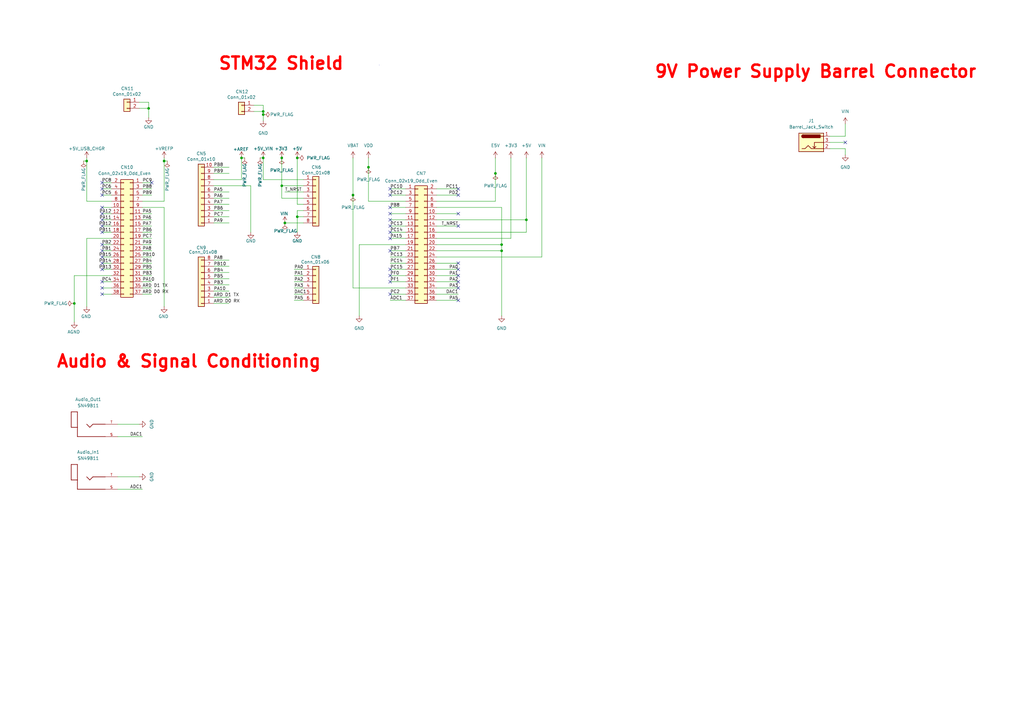
<source format=kicad_sch>
(kicad_sch (version 20231120) (generator "eeschema") (generator_version "8.0")
  (paper "A3")
  (title_block (title "ANC on STM32") (date "2024-10-22") (rev "1") (company "Noisey Boyz"))
  (lib_symbols
    (symbol "Connector:Barrel_Jack_Switch" (pin_names hide)
      (property "Reference" "J" (at 0 5.334 0))
      (property "Value" "Barrel_Jack_Switch" (at 0 -5.08 0))
      (symbol "Barrel_Jack_Switch_0_1"
        (rectangle (start -5.08 3.81) (end 5.08 -3.81) (stroke (width 0.254)) (fill (type background)))
        (arc (start -3.302 3.175) (mid -3.9343 2.54) (end -3.302 1.905) (stroke (width 0.254)))
        (arc (start -3.302 3.175) (mid -3.9343 2.54) (end -3.302 1.905) (stroke (width 0.254)) (fill (type outline)))
        (polyline (pts (xy 1.27 -2.286) (xy 1.905 -1.651)) (stroke (width 0.254)))
        (polyline (pts (xy 5.08 2.54) (xy 3.81 2.54)) (stroke (width 0.254)))
        (polyline (pts (xy 5.08 0) (xy 1.27 0) (xy 1.27 -2.286) (xy 0.635 -1.651)) (stroke (width 0.254)))
        (polyline (pts (xy -3.81 -2.54) (xy -2.54 -2.54) (xy -1.27 -1.27) (xy 0 -2.54) (xy 2.54 -2.54) (xy 5.08 -2.54)) (stroke (width 0.254)))
        (rectangle (start 3.683 3.175) (end -3.302 1.905) (stroke (width 0.254)) (fill (type outline)))
      )
      (symbol "Barrel_Jack_Switch_1_1"
        (pin passive line (at 7.62 2.54 180) (length 2.54) (name "~") (number "1"))
        (pin passive line (at 7.62 -2.54 180) (length 2.54) (name "~") (number "2"))
        (pin passive line (at 7.62 0 180) (length 2.54) (name "~") (number "3"))
      )
    )
    (symbol "Connector_Generic:Conn_01x02" (pin_names (offset 1.016) hide)
      (property "Reference" "J" (at 0 2.54 0))
      (property "Value" "Conn_01x02" (at 0 -5.08 0))
      (symbol "Conn_01x02_1_1"
        (rectangle (start -1.27 -2.413) (end 0 -2.667) (stroke (width 0.1524)))
        (rectangle (start -1.27 0.127) (end 0 -0.127) (stroke (width 0.1524)))
        (rectangle (start -1.27 1.27) (end 1.27 -3.81) (stroke (width 0.254)) (fill (type background)))
        (pin passive line (at -5.08 0 0) (length 3.81) (name "Pin_1") (number "1"))
        (pin passive line (at -5.08 -2.54 0) (length 3.81) (name "Pin_2") (number "2"))
      )
    )
    (symbol "Connector_Generic:Conn_01x06" (pin_names (offset 1.016) hide)
      (property "Reference" "J" (at 0 7.62 0))
      (property "Value" "Conn_01x06" (at 0 -10.16 0))
      (symbol "Conn_01x06_1_1"
        (rectangle (start -1.27 -7.493) (end 0 -7.747) (stroke (width 0.1524)))
        (rectangle (start -1.27 -4.953) (end 0 -5.207) (stroke (width 0.1524)))
        (rectangle (start -1.27 -2.413) (end 0 -2.667) (stroke (width 0.1524)))
        (rectangle (start -1.27 0.127) (end 0 -0.127) (stroke (width 0.1524)))
        (rectangle (start -1.27 2.667) (end 0 2.413) (stroke (width 0.1524)))
        (rectangle (start -1.27 5.207) (end 0 4.953) (stroke (width 0.1524)))
        (rectangle (start -1.27 6.35) (end 1.27 -8.89) (stroke (width 0.254)) (fill (type background)))
        (pin passive line (at -5.08 5.08 0) (length 3.81) (name "Pin_1") (number "1"))
        (pin passive line (at -5.08 2.54 0) (length 3.81) (name "Pin_2") (number "2"))
        (pin passive line (at -5.08 0 0) (length 3.81) (name "Pin_3") (number "3"))
        (pin passive line (at -5.08 -2.54 0) (length 3.81) (name "Pin_4") (number "4"))
        (pin passive line (at -5.08 -5.08 0) (length 3.81) (name "Pin_5") (number "5"))
        (pin passive line (at -5.08 -7.62 0) (length 3.81) (name "Pin_6") (number "6"))
      )
    )
    (symbol "Connector_Generic:Conn_01x08" (pin_names (offset 1.016) hide)
      (property "Reference" "J" (at 0 10.16 0))
      (property "Value" "Conn_01x08" (at 0 -12.7 0))
      (symbol "Conn_01x08_1_1"
        (rectangle (start -1.27 -10.033) (end 0 -10.287) (stroke (width 0.1524)))
        (rectangle (start -1.27 -7.493) (end 0 -7.747) (stroke (width 0.1524)))
        (rectangle (start -1.27 -4.953) (end 0 -5.207) (stroke (width 0.1524)))
        (rectangle (start -1.27 -2.413) (end 0 -2.667) (stroke (width 0.1524)))
        (rectangle (start -1.27 0.127) (end 0 -0.127) (stroke (width 0.1524)))
        (rectangle (start -1.27 2.667) (end 0 2.413) (stroke (width 0.1524)))
        (rectangle (start -1.27 5.207) (end 0 4.953) (stroke (width 0.1524)))
        (rectangle (start -1.27 7.747) (end 0 7.493) (stroke (width 0.1524)))
        (rectangle (start -1.27 8.89) (end 1.27 -11.43) (stroke (width 0.254)) (fill (type background)))
        (pin passive line (at -5.08 7.62 0) (length 3.81) (name "Pin_1") (number "1"))
        (pin passive line (at -5.08 5.08 0) (length 3.81) (name "Pin_2") (number "2"))
        (pin passive line (at -5.08 2.54 0) (length 3.81) (name "Pin_3") (number "3"))
        (pin passive line (at -5.08 0 0) (length 3.81) (name "Pin_4") (number "4"))
        (pin passive line (at -5.08 -2.54 0) (length 3.81) (name "Pin_5") (number "5"))
        (pin passive line (at -5.08 -5.08 0) (length 3.81) (name "Pin_6") (number "6"))
        (pin passive line (at -5.08 -7.62 0) (length 3.81) (name "Pin_7") (number "7"))
        (pin passive line (at -5.08 -10.16 0) (length 3.81) (name "Pin_8") (number "8"))
      )
    )
    (symbol "Connector_Generic:Conn_01x10" (pin_names (offset 1.016) hide)
      (property "Reference" "J" (at 0 12.7 0))
      (property "Value" "Conn_01x10" (at 0 -15.24 0))
      (symbol "Conn_01x10_1_1"
        (rectangle (start -1.27 -12.573) (end 0 -12.827) (stroke (width 0.1524)))
        (rectangle (start -1.27 -10.033) (end 0 -10.287) (stroke (width 0.1524)))
        (rectangle (start -1.27 -7.493) (end 0 -7.747) (stroke (width 0.1524)))
        (rectangle (start -1.27 -4.953) (end 0 -5.207) (stroke (width 0.1524)))
        (rectangle (start -1.27 -2.413) (end 0 -2.667) (stroke (width 0.1524)))
        (rectangle (start -1.27 0.127) (end 0 -0.127) (stroke (width 0.1524)))
        (rectangle (start -1.27 2.667) (end 0 2.413) (stroke (width 0.1524)))
        (rectangle (start -1.27 5.207) (end 0 4.953) (stroke (width 0.1524)))
        (rectangle (start -1.27 7.747) (end 0 7.493) (stroke (width 0.1524)))
        (rectangle (start -1.27 10.287) (end 0 10.033) (stroke (width 0.1524)))
        (rectangle (start -1.27 11.43) (end 1.27 -13.97) (stroke (width 0.254)) (fill (type background)))
        (pin passive line (at -5.08 10.16 0) (length 3.81) (name "Pin_1") (number "1"))
        (pin passive line (at -5.08 -12.7 0) (length 3.81) (name "Pin_10") (number "10"))
        (pin passive line (at -5.08 7.62 0) (length 3.81) (name "Pin_2") (number "2"))
        (pin passive line (at -5.08 5.08 0) (length 3.81) (name "Pin_3") (number "3"))
        (pin passive line (at -5.08 2.54 0) (length 3.81) (name "Pin_4") (number "4"))
        (pin passive line (at -5.08 0 0) (length 3.81) (name "Pin_5") (number "5"))
        (pin passive line (at -5.08 -2.54 0) (length 3.81) (name "Pin_6") (number "6"))
        (pin passive line (at -5.08 -5.08 0) (length 3.81) (name "Pin_7") (number "7"))
        (pin passive line (at -5.08 -7.62 0) (length 3.81) (name "Pin_8") (number "8"))
        (pin passive line (at -5.08 -10.16 0) (length 3.81) (name "Pin_9") (number "9"))
      )
    )
    (symbol "Connector_Generic:Conn_02x19_Odd_Even" (pin_names (offset 1.016) hide)
      (property "Reference" "J" (at 1.27 25.4 0))
      (property "Value" "Conn_02x19_Odd_Even" (at 1.27 -25.4 0))
      (symbol "Conn_02x19_Odd_Even_1_1"
        (rectangle (start -1.27 -22.733) (end 0 -22.987) (stroke (width 0.1524)))
        (rectangle (start -1.27 -20.193) (end 0 -20.447) (stroke (width 0.1524)))
        (rectangle (start -1.27 -17.653) (end 0 -17.907) (stroke (width 0.1524)))
        (rectangle (start -1.27 -15.113) (end 0 -15.367) (stroke (width 0.1524)))
        (rectangle (start -1.27 -12.573) (end 0 -12.827) (stroke (width 0.1524)))
        (rectangle (start -1.27 -10.033) (end 0 -10.287) (stroke (width 0.1524)))
        (rectangle (start -1.27 -7.493) (end 0 -7.747) (stroke (width 0.1524)))
        (rectangle (start -1.27 -4.953) (end 0 -5.207) (stroke (width 0.1524)))
        (rectangle (start -1.27 -2.413) (end 0 -2.667) (stroke (width 0.1524)))
        (rectangle (start -1.27 0.127) (end 0 -0.127) (stroke (width 0.1524)))
        (rectangle (start -1.27 2.667) (end 0 2.413) (stroke (width 0.1524)))
        (rectangle (start -1.27 5.207) (end 0 4.953) (stroke (width 0.1524)))
        (rectangle (start -1.27 7.747) (end 0 7.493) (stroke (width 0.1524)))
        (rectangle (start -1.27 10.287) (end 0 10.033) (stroke (width 0.1524)))
        (rectangle (start -1.27 12.827) (end 0 12.573) (stroke (width 0.1524)))
        (rectangle (start -1.27 15.367) (end 0 15.113) (stroke (width 0.1524)))
        (rectangle (start -1.27 17.907) (end 0 17.653) (stroke (width 0.1524)))
        (rectangle (start -1.27 20.447) (end 0 20.193) (stroke (width 0.1524)))
        (rectangle (start -1.27 22.987) (end 0 22.733) (stroke (width 0.1524)))
        (rectangle (start -1.27 24.13) (end 3.81 -24.13) (stroke (width 0.254)) (fill (type background)))
        (rectangle (start 3.81 -22.733) (end 2.54 -22.987) (stroke (width 0.1524)))
        (rectangle (start 3.81 -20.193) (end 2.54 -20.447) (stroke (width 0.1524)))
        (rectangle (start 3.81 -17.653) (end 2.54 -17.907) (stroke (width 0.1524)))
        (rectangle (start 3.81 -15.113) (end 2.54 -15.367) (stroke (width 0.1524)))
        (rectangle (start 3.81 -12.573) (end 2.54 -12.827) (stroke (width 0.1524)))
        (rectangle (start 3.81 -10.033) (end 2.54 -10.287) (stroke (width 0.1524)))
        (rectangle (start 3.81 -7.493) (end 2.54 -7.747) (stroke (width 0.1524)))
        (rectangle (start 3.81 -4.953) (end 2.54 -5.207) (stroke (width 0.1524)))
        (rectangle (start 3.81 -2.413) (end 2.54 -2.667) (stroke (width 0.1524)))
        (rectangle (start 3.81 0.127) (end 2.54 -0.127) (stroke (width 0.1524)))
        (rectangle (start 3.81 2.667) (end 2.54 2.413) (stroke (width 0.1524)))
        (rectangle (start 3.81 5.207) (end 2.54 4.953) (stroke (width 0.1524)))
        (rectangle (start 3.81 7.747) (end 2.54 7.493) (stroke (width 0.1524)))
        (rectangle (start 3.81 10.287) (end 2.54 10.033) (stroke (width 0.1524)))
        (rectangle (start 3.81 12.827) (end 2.54 12.573) (stroke (width 0.1524)))
        (rectangle (start 3.81 15.367) (end 2.54 15.113) (stroke (width 0.1524)))
        (rectangle (start 3.81 17.907) (end 2.54 17.653) (stroke (width 0.1524)))
        (rectangle (start 3.81 20.447) (end 2.54 20.193) (stroke (width 0.1524)))
        (rectangle (start 3.81 22.987) (end 2.54 22.733) (stroke (width 0.1524)))
        (pin passive line (at -5.08 22.86 0) (length 3.81) (name "Pin_1") (number "1"))
        (pin passive line (at 7.62 12.7 180) (length 3.81) (name "Pin_10") (number "10"))
        (pin passive line (at -5.08 10.16 0) (length 3.81) (name "Pin_11") (number "11"))
        (pin passive line (at 7.62 10.16 180) (length 3.81) (name "Pin_12") (number "12"))
        (pin passive line (at -5.08 7.62 0) (length 3.81) (name "Pin_13") (number "13"))
        (pin passive line (at 7.62 7.62 180) (length 3.81) (name "Pin_14") (number "14"))
        (pin passive line (at -5.08 5.08 0) (length 3.81) (name "Pin_15") (number "15"))
        (pin passive line (at 7.62 5.08 180) (length 3.81) (name "Pin_16") (number "16"))
        (pin passive line (at -5.08 2.54 0) (length 3.81) (name "Pin_17") (number "17"))
        (pin passive line (at 7.62 2.54 180) (length 3.81) (name "Pin_18") (number "18"))
        (pin passive line (at -5.08 0 0) (length 3.81) (name "Pin_19") (number "19"))
        (pin passive line (at 7.62 22.86 180) (length 3.81) (name "Pin_2") (number "2"))
        (pin passive line (at 7.62 0 180) (length 3.81) (name "Pin_20") (number "20"))
        (pin passive line (at -5.08 -2.54 0) (length 3.81) (name "Pin_21") (number "21"))
        (pin passive line (at 7.62 -2.54 180) (length 3.81) (name "Pin_22") (number "22"))
        (pin passive line (at -5.08 -5.08 0) (length 3.81) (name "Pin_23") (number "23"))
        (pin passive line (at 7.62 -5.08 180) (length 3.81) (name "Pin_24") (number "24"))
        (pin passive line (at -5.08 -7.62 0) (length 3.81) (name "Pin_25") (number "25"))
        (pin passive line (at 7.62 -7.62 180) (length 3.81) (name "Pin_26") (number "26"))
        (pin passive line (at -5.08 -10.16 0) (length 3.81) (name "Pin_27") (number "27"))
        (pin passive line (at 7.62 -10.16 180) (length 3.81) (name "Pin_28") (number "28"))
        (pin passive line (at -5.08 -12.7 0) (length 3.81) (name "Pin_29") (number "29"))
        (pin passive line (at -5.08 20.32 0) (length 3.81) (name "Pin_3") (number "3"))
        (pin passive line (at 7.62 -12.7 180) (length 3.81) (name "Pin_30") (number "30"))
        (pin passive line (at -5.08 -15.24 0) (length 3.81) (name "Pin_31") (number "31"))
        (pin passive line (at 7.62 -15.24 180) (length 3.81) (name "Pin_32") (number "32"))
        (pin passive line (at -5.08 -17.78 0) (length 3.81) (name "Pin_33") (number "33"))
        (pin passive line (at 7.62 -17.78 180) (length 3.81) (name "Pin_34") (number "34"))
        (pin passive line (at -5.08 -20.32 0) (length 3.81) (name "Pin_35") (number "35"))
        (pin passive line (at 7.62 -20.32 180) (length 3.81) (name "Pin_36") (number "36"))
        (pin passive line (at -5.08 -22.86 0) (length 3.81) (name "Pin_37") (number "37"))
        (pin passive line (at 7.62 -22.86 180) (length 3.81) (name "Pin_38") (number "38"))
        (pin passive line (at 7.62 20.32 180) (length 3.81) (name "Pin_4") (number "4"))
        (pin passive line (at -5.08 17.78 0) (length 3.81) (name "Pin_5") (number "5"))
        (pin passive line (at 7.62 17.78 180) (length 3.81) (name "Pin_6") (number "6"))
        (pin passive line (at -5.08 15.24 0) (length 3.81) (name "Pin_7") (number "7"))
        (pin passive line (at 7.62 15.24 180) (length 3.81) (name "Pin_8") (number "8"))
        (pin passive line (at -5.08 12.7 0) (length 3.81) (name "Pin_9") (number "9"))
      )
    )
    (symbol "SN49B11:SN49B11" (pin_names (offset 1.016))
      (property "Reference" "J" (at -5.08 5.08 0))
      (property "Value" "SN49B11" (at -5.08 -7.62 0))
      (symbol "SN49B11_0_0"
        (polyline (pts (xy -8.89 -1.27) (xy -8.89 5.08)) (stroke (width 0.254)))
        (polyline (pts (xy -8.89 5.08) (xy -6.35 5.08)) (stroke (width 0.254)))
        (polyline (pts (xy -6.35 -5.08) (xy -6.35 -1.27)) (stroke (width 0.254)))
        (polyline (pts (xy -6.35 -5.08) (xy 5.08 -5.08)) (stroke (width 0.254)))
        (polyline (pts (xy -6.35 -1.27) (xy -8.89 -1.27)) (stroke (width 0.254)))
        (polyline (pts (xy -6.35 5.08) (xy -6.35 -1.27)) (stroke (width 0.254)))
        (polyline (pts (xy -2.54 0) (xy -1.27 -1.27)) (stroke (width 0.254)))
        (polyline (pts (xy -1.27 -1.27) (xy 0 0)) (stroke (width 0.254)))
        (polyline (pts (xy 0 0) (xy 5.08 0)) (stroke (width 0.254)))
        (pin passive line (at 10.16 -5.08 180) (length 5.08) (name "~") (number "S"))
        (pin passive line (at 10.16 0 180) (length 5.08) (name "~") (number "T"))
      )
    )
    (symbol "power:+3V3" (power) (pin_numbers hide) (pin_names (offset 0) hide)
      (property "Value" "+3V3" (at 0 3.556 0))
      (symbol "+3V3_0_1"
        (polyline (pts (xy -0.762 1.27) (xy 0 2.54)))
        (polyline (pts (xy 0 0) (xy 0 2.54)))
        (polyline (pts (xy 0 2.54) (xy 0.762 1.27)))
      )
      (symbol "+3V3_1_1"
        (pin power_in line (at 0 0 90) (length 0) (name "~") (number "1"))
      )
    )
    (symbol "power:+5V" (power) (pin_numbers hide) (pin_names (offset 0) hide)
      (property "Value" "+5V" (at 0 3.556 0))
      (symbol "+5V_0_1"
        (polyline (pts (xy -0.762 1.27) (xy 0 2.54)))
        (polyline (pts (xy 0 0) (xy 0 2.54)))
        (polyline (pts (xy 0 2.54) (xy 0.762 1.27)))
      )
      (symbol "+5V_1_1"
        (pin power_in line (at 0 0 90) (length 0) (name "~") (number "1"))
      )
    )
    (symbol "power:GND" (power) (pin_numbers hide) (pin_names (offset 0) hide)
      (property "Value" "GND" (at 0 -3.81 0))
      (symbol "GND_0_1"
        (polyline (pts (xy 0 0) (xy 0 -1.27) (xy 1.27 -1.27) (xy 0 -2.54) (xy -1.27 -1.27) (xy 0 -1.27)))
      )
      (symbol "GND_1_1"
        (pin power_in line (at 0 0 270) (length 0) (name "~") (number "1"))
      )
    )
    (symbol "power:PWR_FLAG" (power) (pin_numbers hide) (pin_names (offset 0) hide)
      (property "Value" "PWR_FLAG" (at 0 3.81 0))
      (symbol "PWR_FLAG_0_0"
        (pin power_out line (at 0 0 90) (length 0) (name "~") (number "1"))
      )
      (symbol "PWR_FLAG_0_1"
        (polyline (pts (xy 0 0) (xy 0 1.27) (xy -1.016 1.905) (xy 0 2.54) (xy 1.016 1.905) (xy 0 1.27)))
      )
    )
    (symbol "power:VBUS" (power) (pin_numbers hide) (pin_names (offset 0) hide)
      (property "Value" "VBUS" (at 0 3.556 0))
      (symbol "VBUS_0_1"
        (polyline (pts (xy -0.762 1.27) (xy 0 2.54)))
        (polyline (pts (xy 0 0) (xy 0 2.54)))
        (polyline (pts (xy 0 2.54) (xy 0.762 1.27)))
      )
      (symbol "VBUS_1_1"
        (pin power_in line (at 0 0 90) (length 0) (name "~") (number "1"))
      )
    )
  )
  (junction (at 99.06 64.77))
  (junction (at 60.96 44.45))
  (junction (at 107.95 45.72))
  (junction (at 215.9 90.17))
  (junction (at 205.74 102.87))
  (junction (at 151.13 68.58))
  (junction (at 35.56 66.04))
  (junction (at 203.2 71.12))
  (junction (at 115.57 64.77))
  (junction (at 67.31 66.04))
  (junction (at 107.95 46.99))
  (junction (at 121.92 64.77))
  (junction (at 30.48 124.46))
  (junction (at 107.95 64.77))
  (junction (at 144.78 80.01))
  (junction (at 205.74 100.33))
  (junction (at 121.92 88.9))
  (junction (at 115.57 76.2))
  (junction (at 116.84 91.44))
  (no_connect (at 41.91 77.47))
  (no_connect (at 41.91 100.33))
  (no_connect (at 160.02 77.47))
  (no_connect (at 41.91 115.57))
  (no_connect (at 187.96 113.03))
  (no_connect (at 160.02 85.09))
  (no_connect (at 187.96 107.95))
  (no_connect (at 41.91 95.25))
  (no_connect (at 41.91 80.01))
  (no_connect (at 41.91 120.65))
  (no_connect (at 41.91 110.49))
  (no_connect (at 41.91 85.09))
  (no_connect (at 160.02 95.25))
  (no_connect (at 41.91 118.11))
  (no_connect (at 41.91 87.63))
  (no_connect (at 41.91 102.87))
  (no_connect (at 187.96 87.63))
  (no_connect (at 160.02 115.57))
  (no_connect (at 41.91 105.41))
  (no_connect (at 41.91 92.71))
  (no_connect (at 160.02 113.03))
  (no_connect (at 187.96 123.19))
  (no_connect (at 160.02 97.79))
  (no_connect (at 62.23 74.93))
  (no_connect (at 187.96 80.01))
  (no_connect (at 187.96 92.71))
  (no_connect (at 41.91 107.95))
  (no_connect (at 41.91 74.93))
  (no_connect (at 187.96 77.47))
  (no_connect (at 160.02 102.87))
  (no_connect (at 160.02 90.17))
  (no_connect (at 160.02 87.63))
  (no_connect (at 160.02 110.49))
  (no_connect (at 346.71 58.42))
  (no_connect (at 187.96 115.57))
  (no_connect (at 41.91 90.17))
  (no_connect (at 160.02 120.65))
  (no_connect (at 160.02 92.71))
  (no_connect (at 160.02 80.01))
  (no_connect (at 187.96 110.49))
  (no_connect (at 187.96 118.11))
  (wire (pts (xy 147.32 100.33) (xy 147.32 129.54)))
  (wire (pts (xy 41.91 115.57) (xy 45.72 115.57)))
  (wire (pts (xy 121.92 88.9) (xy 124.46 88.9)))
  (wire (pts (xy 67.31 64.77) (xy 67.31 66.04)))
  (wire (pts (xy 41.91 90.17) (xy 45.72 90.17)))
  (wire (pts (xy 41.91 100.33) (xy 45.72 100.33)))
  (wire (pts (xy 160.02 95.25) (xy 166.37 95.25)))
  (wire (pts (xy 124.46 86.36) (xy 121.92 86.36)))
  (wire (pts (xy 87.63 91.44) (xy 93.98 91.44)))
  (wire (pts (xy 179.07 90.17) (xy 215.9 90.17)))
  (wire (pts (xy 100.33 64.77) (xy 99.06 64.77)))
  (wire (pts (xy 60.96 44.45) (xy 60.96 48.26)))
  (wire (pts (xy 58.42 92.71) (xy 62.23 92.71)))
  (wire (pts (xy 115.57 64.77) (xy 115.57 76.2)))
  (wire (pts (xy 160.02 92.71) (xy 166.37 92.71)))
  (wire (pts (xy 179.07 120.65) (xy 187.96 120.65)))
  (wire (pts (xy 179.07 123.19) (xy 187.96 123.19)))
  (wire (pts (xy 346.71 60.96) (xy 346.71 63.5)))
  (wire (pts (xy 41.91 77.47) (xy 45.72 77.47)))
  (wire (pts (xy 203.2 71.12) (xy 203.2 82.55)))
  (wire (pts (xy 215.9 64.77) (xy 215.9 90.17)))
  (wire (pts (xy 121.92 64.77) (xy 121.92 83.82)))
  (wire (pts (xy 144.78 118.11) (xy 166.37 118.11)))
  (wire (pts (xy 58.42 100.33) (xy 62.23 100.33)))
  (wire (pts (xy 41.91 105.41) (xy 45.72 105.41)))
  (wire (pts (xy 107.95 46.99) (xy 107.95 49.53)))
  (wire (pts (xy 41.91 92.71) (xy 45.72 92.71)))
  (wire (pts (xy 179.07 77.47) (xy 187.96 77.47)))
  (wire (pts (xy 340.36 58.42) (xy 346.71 58.42)))
  (wire (pts (xy 58.42 87.63) (xy 62.23 87.63)))
  (wire (pts (xy 87.63 106.68) (xy 93.98 106.68)))
  (wire (pts (xy 87.63 71.12) (xy 93.98 71.12)))
  (wire (pts (xy 115.57 76.2) (xy 115.57 81.28)))
  (wire (pts (xy 58.42 113.03) (xy 62.23 113.03)))
  (wire (pts (xy 58.42 107.95) (xy 62.23 107.95)))
  (wire (pts (xy 41.91 95.25) (xy 45.72 95.25)))
  (wire (pts (xy 179.07 92.71) (xy 187.96 92.71)))
  (wire (pts (xy 58.42 85.09) (xy 67.31 85.09)))
  (wire (pts (xy 87.63 86.36) (xy 93.98 86.36)))
  (wire (pts (xy 205.74 102.87) (xy 205.74 129.54)))
  (wire (pts (xy 30.48 113.03) (xy 45.72 113.03)))
  (wire (pts (xy 179.07 107.95) (xy 187.96 107.95)))
  (wire (pts (xy 179.07 105.41) (xy 222.25 105.41)))
  (wire (pts (xy 48.26 179.07) (xy 58.42 179.07)))
  (wire (pts (xy 120.65 120.65) (xy 124.46 120.65)))
  (wire (pts (xy 35.56 64.77) (xy 35.56 66.04)))
  (wire (pts (xy 205.74 85.09) (xy 205.74 100.33)))
  (wire (pts (xy 58.42 82.55) (xy 67.31 82.55)))
  (wire (pts (xy 120.65 123.19) (xy 124.46 123.19)))
  (wire (pts (xy 151.13 68.58) (xy 151.13 82.55)))
  (wire (pts (xy 102.87 76.2) (xy 102.87 95.25)))
  (wire (pts (xy 179.07 100.33) (xy 205.74 100.33)))
  (wire (pts (xy 179.07 110.49) (xy 187.96 110.49)))
  (wire (pts (xy 30.48 124.46) (xy 30.48 132.08)))
  (wire (pts (xy 58.42 120.65) (xy 62.23 120.65)))
  (wire (pts (xy 160.02 85.09) (xy 166.37 85.09)))
  (wire (pts (xy 87.63 111.76) (xy 93.98 111.76)))
  (wire (pts (xy 151.13 82.55) (xy 166.37 82.55)))
  (wire (pts (xy 116.84 91.44) (xy 124.46 91.44)))
  (wire (pts (xy 160.02 102.87) (xy 166.37 102.87)))
  (wire (pts (xy 35.56 97.79) (xy 45.72 97.79)))
  (wire (pts (xy 87.63 81.28) (xy 93.98 81.28)))
  (wire (pts (xy 41.91 80.01) (xy 45.72 80.01)))
  (wire (pts (xy 60.96 44.45) (xy 57.15 44.45)))
  (wire (pts (xy 179.07 80.01) (xy 187.96 80.01)))
  (wire (pts (xy 179.07 82.55) (xy 203.2 82.55)))
  (wire (pts (xy 340.36 60.96) (xy 346.71 60.96)))
  (wire (pts (xy 160.02 115.57) (xy 166.37 115.57)))
  (wire (pts (xy 87.63 68.58) (xy 93.98 68.58)))
  (wire (pts (xy 87.63 119.38) (xy 93.98 119.38)))
  (wire (pts (xy 41.91 85.09) (xy 45.72 85.09)))
  (wire (pts (xy 35.56 66.04) (xy 35.56 82.55)))
  (wire (pts (xy 58.42 90.17) (xy 62.23 90.17)))
  (wire (pts (xy 120.65 115.57) (xy 124.46 115.57)))
  (wire (pts (xy 107.95 43.18) (xy 107.95 45.72)))
  (wire (pts (xy 67.31 85.09) (xy 67.31 125.73)))
  (wire (pts (xy 58.42 115.57) (xy 62.23 115.57)))
  (wire (pts (xy 179.07 97.79) (xy 209.55 97.79)))
  (wire (pts (xy 58.42 110.49) (xy 62.23 110.49)))
  (wire (pts (xy 58.42 77.47) (xy 62.23 77.47)))
  (wire (pts (xy 203.2 64.77) (xy 203.2 71.12)))
  (wire (pts (xy 160.02 123.19) (xy 166.37 123.19)))
  (wire (pts (xy 87.63 88.9) (xy 93.98 88.9)))
  (wire (pts (xy 87.63 78.74) (xy 93.98 78.74)))
  (wire (pts (xy 41.91 118.11) (xy 45.72 118.11)))
  (wire (pts (xy 107.95 45.72) (xy 107.95 46.99)))
  (wire (pts (xy 41.91 107.95) (xy 45.72 107.95)))
  (wire (pts (xy 99.06 64.77) (xy 99.06 73.66)))
  (wire (pts (xy 104.14 43.18) (xy 107.95 43.18)))
  (wire (pts (xy 58.42 95.25) (xy 62.23 95.25)))
  (wire (pts (xy 87.63 73.66) (xy 99.06 73.66)))
  (wire (pts (xy 35.56 97.79) (xy 35.56 125.73)))
  (wire (pts (xy 68.58 66.04) (xy 67.31 66.04)))
  (wire (pts (xy 120.65 110.49) (xy 124.46 110.49)))
  (wire (pts (xy 160.02 107.95) (xy 166.37 107.95)))
  (wire (pts (xy 209.55 64.77) (xy 209.55 97.79)))
  (wire (pts (xy 87.63 124.46) (xy 93.98 124.46)))
  (wire (pts (xy 115.57 81.28) (xy 124.46 81.28)))
  (wire (pts (xy 58.42 97.79) (xy 62.23 97.79)))
  (wire (pts (xy 87.63 83.82) (xy 93.98 83.82)))
  (wire (pts (xy 48.26 200.66) (xy 58.42 200.66)))
  (wire (pts (xy 48.26 173.99) (xy 57.15 173.99)))
  (wire (pts (xy 58.42 102.87) (xy 62.23 102.87)))
  (wire (pts (xy 58.42 74.93) (xy 62.23 74.93)))
  (wire (pts (xy 58.42 105.41) (xy 62.23 105.41)))
  (wire (pts (xy 179.07 115.57) (xy 187.96 115.57)))
  (wire (pts (xy 151.13 64.77) (xy 151.13 68.58)))
  (wire (pts (xy 205.74 100.33) (xy 205.74 102.87)))
  (wire (pts (xy 160.02 90.17) (xy 166.37 90.17)))
  (wire (pts (xy 87.63 121.92) (xy 93.98 121.92)))
  (wire (pts (xy 30.48 113.03) (xy 30.48 124.46)))
  (wire (pts (xy 41.91 102.87) (xy 45.72 102.87)))
  (wire (pts (xy 87.63 76.2) (xy 102.87 76.2)))
  (wire (pts (xy 120.65 113.03) (xy 124.46 113.03)))
  (wire (pts (xy 41.91 120.65) (xy 45.72 120.65)))
  (wire (pts (xy 160.02 97.79) (xy 166.37 97.79)))
  (wire (pts (xy 67.31 66.04) (xy 67.31 82.55)))
  (wire (pts (xy 57.15 41.91) (xy 60.96 41.91)))
  (wire (pts (xy 106.68 64.77) (xy 107.95 64.77)))
  (wire (pts (xy 160.02 80.01) (xy 166.37 80.01)))
  (wire (pts (xy 179.07 113.03) (xy 187.96 113.03)))
  (wire (pts (xy 87.63 116.84) (xy 93.98 116.84)))
  (wire (pts (xy 41.91 74.93) (xy 45.72 74.93)))
  (wire (pts (xy 115.57 76.2) (xy 124.46 76.2)))
  (wire (pts (xy 87.63 109.22) (xy 93.98 109.22)))
  (wire (pts (xy 147.32 100.33) (xy 166.37 100.33)))
  (wire (pts (xy 160.02 77.47) (xy 166.37 77.47)))
  (wire (pts (xy 107.95 64.77) (xy 107.95 73.66)))
  (wire (pts (xy 160.02 113.03) (xy 166.37 113.03)))
  (wire (pts (xy 340.36 55.88) (xy 346.71 55.88)))
  (wire (pts (xy 120.65 118.11) (xy 124.46 118.11)))
  (wire (pts (xy 160.02 105.41) (xy 166.37 105.41)))
  (wire (pts (xy 124.46 83.82) (xy 121.92 83.82)))
  (wire (pts (xy 58.42 80.01) (xy 62.23 80.01)))
  (wire (pts (xy 34.29 66.04) (xy 35.56 66.04)))
  (wire (pts (xy 144.78 64.77) (xy 144.78 80.01)))
  (wire (pts (xy 48.26 195.58) (xy 57.15 195.58)))
  (wire (pts (xy 121.92 88.9) (xy 121.92 95.25)))
  (wire (pts (xy 346.71 50.8) (xy 346.71 55.88)))
  (wire (pts (xy 107.95 45.72) (xy 104.14 45.72)))
  (wire (pts (xy 121.92 86.36) (xy 121.92 88.9)))
  (wire (pts (xy 116.84 78.74) (xy 124.46 78.74)))
  (wire (pts (xy 107.95 73.66) (xy 124.46 73.66)))
  (wire (pts (xy 179.07 95.25) (xy 215.9 95.25)))
  (wire (pts (xy 41.91 87.63) (xy 45.72 87.63)))
  (wire (pts (xy 87.63 114.3) (xy 93.98 114.3)))
  (wire (pts (xy 160.02 87.63) (xy 166.37 87.63)))
  (wire (pts (xy 215.9 95.25) (xy 215.9 90.17)))
  (wire (pts (xy 41.91 110.49) (xy 45.72 110.49)))
  (wire (pts (xy 179.07 102.87) (xy 205.74 102.87)))
  (wire (pts (xy 144.78 80.01) (xy 144.78 118.11)))
  (wire (pts (xy 179.07 85.09) (xy 205.74 85.09)))
  (wire (pts (xy 160.02 110.49) (xy 166.37 110.49)))
  (wire (pts (xy 179.07 87.63) (xy 187.96 87.63)))
  (wire (pts (xy 179.07 118.11) (xy 187.96 118.11)))
  (wire (pts (xy 58.42 118.11) (xy 62.23 118.11)))
  (wire (pts (xy 35.56 82.55) (xy 45.72 82.55)))
  (wire (pts (xy 160.02 120.65) (xy 166.37 120.65)))
  (wire (pts (xy 60.96 41.91) (xy 60.96 44.45)))
  (wire (pts (xy 222.25 64.77) (xy 222.25 105.41)))
  (rectangle (start 155.575 26.67) (end 155.575 26.67))
  (text "STM32 Shield" (at 115.316 26.162 0) (effects (font (size 5 5) (thickness 1) (bold yes))))
  (text "Audio & Signal Conditioning\n" (at 77.47 148.336 0) (effects (font (size 5 5) (thickness 1) (bold yes))))
  (text "9V Power Supply Barrel Connector" (at 334.518 29.464 0) (effects (font (size 5 5) (thickness 1) (bold yes))))
  (label "PC13" (at 160.02 105.41 0))
  (label "PA6" (at 58.42 90.17 0))
  (label "PA5" (at 58.42 87.63 0))
  (label "DAC1" (at 53.34 179.07 0))
  (label "PB3" (at 58.42 113.03 0))
  (label "PA6" (at 87.63 81.28 0))
  (label "PC4" (at 45.72 115.57 180))
  (label "PB3" (at 87.63 116.84 0))
  (label "PC9" (at 58.42 74.93 0))
  (label "PC14" (at 160.02 95.25 0))
  (label "PA2" (at 120.65 115.57 0))
  (label "ARD D1 TX" (at 58.42 118.11 0))
  (label "PB9" (at 87.63 71.12 0))
  (label "PA1" (at 187.96 113.03 180))
  (label "PB14" (at 45.72 107.95 180))
  (label "PA8" (at 87.63 106.68 0))
  (label "ARD D1 TX" (at 87.63 121.92 0))
  (label "PB15" (at 45.72 105.41 180))
  (label "PA3" (at 120.65 118.11 0))
  (label "PB9" (at 58.42 80.01 0))
  (label "PB8" (at 87.63 68.58 0))
  (label "T_NRST" (at 116.84 78.74 0))
  (label "PB10" (at 87.6375 109.22 0))
  (label "PA9" (at 58.42 100.33 0))
  (label "PA5" (at 87.63 78.74 0))
  (label "PB12" (at 45.72 92.71 180))
  (label "PB11" (at 45.72 95.25 180))
  (label "DAC1" (at 120.65 120.65 0))
  (label "PB2" (at 45.72 100.33 180))
  (label "PF1" (at 160.02 115.57 0))
  (label "PA9" (at 87.63 91.44 0))
  (label "PC5" (at 45.72 80.01 180))
  (label "PA5" (at 187.96 123.19 180))
  (label "PA7" (at 87.63 83.82 0))
  (label "PC6" (at 45.72 77.47 180))
  (label "PA8" (at 58.42 102.87 0))
  (label "PB8" (at 160.02 85.09 0))
  (label "ARD D0 RX" (at 87.63 124.46 0))
  (label "PA10" (at 87.63 119.38 0))
  (label "ADC1" (at 160.02 123.19 0))
  (label "PC15" (at 160.02 110.49 0))
  (label "PA2" (at 187.96 115.57 180))
  (label "PA10" (at 58.42 115.57 0))
  (label "PA0" (at 187.96 110.49 180))
  (label "PA0" (at 120.65 110.49 0))
  (label "PB5" (at 58.42 110.49 0))
  (label "PC7" (at 58.42 97.79 0))
  (label "PB5" (at 87.63 114.3 0))
  (label "T_NRST" (at 187.96 92.71 180))
  (label "PB10" (at 58.42 105.41 0))
  (label "PC8" (at 45.72 74.93 180))
  (label "PC14" (at 160.02 107.95 0))
  (label "PA15" (at 160.02 97.79 0))
  (label "PD2" (at 187.96 80.01 180))
  (label "PB7" (at 160.02 102.87 0))
  (label "PB13" (at 45.72 110.49 180))
  (label "ADC1" (at 53.34 200.66 0))
  (label "PA3" (at 187.96 118.11 180))
  (label "PC10" (at 160.02 77.47 0))
  (label "PB4" (at 87.63 111.76 0))
  (label "PC13" (at 160.02 92.71 0))
  (label "PB1" (at 45.72 102.87 180))
  (label "PC2" (at 160.02 120.65 0))
  (label "DAC1" (at 187.96 120.65 180))
  (label "PA11" (at 45.72 90.17 180))
  (label "PF0" (at 160.02 113.03 0))
  (label "PA5" (at 120.65 123.19 0))
  (label "PA12" (at 45.72 87.63 180))
  (label "PC12" (at 160.02 80.01 0))
  (label "PA1" (at 120.65 113.03 0))
  (label "PB8" (at 58.42 77.47 0))
  (label "PA7" (at 58.42 92.71 0))
  (label "PB6" (at 87.63 86.36 0))
  (label "PC11" (at 187.96 77.47 180))
  (label "PB4" (at 58.42 107.95 0))
  (label "ARD D0 RX" (at 58.42 120.65 0))
  (label "PB6" (at 58.42 95.25 0))
  (label "PC7" (at 87.63 88.9 0))
  (symbol (lib_id "power:PWR_FLAG") (at 151.13 68.58 180) (unit 1)
    (property "Reference" "#FLG01" (effects (hide yes)))
    (property "Value" "PWR_FLAG" (at 151.13 73.66 0))
    (property "Description" "Special symbol for telling ERC where power comes from" (effects (hide yes)))
  )
  (symbol (lib_id "power:VBUS") (at 209.55 64.77 0) (unit 1)
    (property "Reference" "#PWR020" (effects (hide yes)))
    (property "Value" "+3V3" (at 209.55 59.69 0))
    (property "Description" "Power symbol creates a global label with name \"VBUS\"" (effects (hide yes)))
  )
  (symbol (lib_id "power:PWR_FLAG") (at 144.78 80.01 180) (unit 1)
    (property "Reference" "#FLG02" (effects (hide yes)))
    (property "Value" "PWR_FLAG" (at 144.78 85.09 0))
    (property "Description" "Special symbol for telling ERC where power comes from" (effects (hide yes)))
  )
  (symbol (lib_id "power:GND") (at 147.32 129.54 0) (unit 1)
    (property "Reference" "#PWR015" (effects (hide yes)))
    (property "Value" "GND" (at 147.32 134.62 0))
    (property "Description" "Power symbol creates a global label with name \"GND\" , ground" (effects (hide yes)))
  )
  (symbol (lib_id "power:PWR_FLAG") (at 116.84 91.44 180) (unit 1)
    (property "Reference" "#FLG04" (effects (hide yes)))
    (property "Value" "PWR_FLAG" (at 117.094 94.742 0))
    (property "Description" "Special symbol for telling ERC where power comes from" (effects (hide yes)))
  )
  (symbol (lib_id "power:PWR_FLAG") (at 30.48 124.46 90) (unit 1)
    (property "Reference" "#FLG012" (effects (hide yes)))
    (property "Value" "PWR_FLAG" (at 27.686 124.46 90) (effects (justify left)))
    (property "Description" "Special symbol for telling ERC where power comes from" (effects (hide yes)))
  )
  (symbol (lib_id "power:VBUS") (at 144.78 64.77 0) (unit 1)
    (property "Reference" "#PWR016" (effects (hide yes)))
    (property "Value" "VBAT" (at 144.78 59.69 0))
    (property "Description" "Power symbol creates a global label with name \"VBUS\"" (effects (hide yes)))
  )
  (symbol (lib_id "power:GND") (at 121.92 95.25 0) (unit 1)
    (property "Reference" "#PWR023" (effects (hide yes)))
    (property "Value" "GND" (at 121.92 98.806 0))
    (property "Description" "Power symbol creates a global label with name \"GND\" , ground" (effects (hide yes)))
  )
  (symbol (lib_id "power:PWR_FLAG") (at 115.57 64.77 180) (unit 1)
    (property "Reference" "#FLG06" (effects (hide yes)))
    (property "Value" "PWR_FLAG" (at 115.57 69.85 0))
    (property "Description" "Special symbol for telling ERC where power comes from" (effects (hide yes)))
  )
  (symbol (lib_id "SN49B11:SN49B11") (at 38.1 195.58 0) (unit 1)
    (property "Reference" "Audio_In1" (at 36.195 185.42 0))
    (property "Value" "SN49B11" (at 36.195 187.96 0))
    (property "Footprint" "SN49B11:SWITCHCRAFT_SN49B11" (effects (hide yes)))
    (property "MF" "Switchcraft" (effects (hide yes)))
    (property "Description_1" "\n                        \n                            Connector, PHONE JACK | Switchcraft SN49B11\n                        \n" (effects (hide yes)))
    (property "Package" "None" (effects (hide yes)))
    (property "Price" "None" (effects (hide yes)))
    (property "Check_prices" "https://www.snapeda.com/parts/SN49B11/Switchcraft+%252F+Conxall/view-part/?ref=eda" (effects (hide yes)))
    (property "STANDARD" "Manufacturer Recommendations" (effects (hide yes)))
    (property "PARTREV" "F" (effects (hide yes)))
    (property "SnapEDA_Link" "https://www.snapeda.com/parts/SN49B11/Switchcraft+%252F+Conxall/view-part/?ref=snap" (effects (hide yes)))
    (property "MP" "SN49B11" (effects (hide yes)))
    (property "Availability" "In Stock" (effects (hide yes)))
    (property "MANUFACTURER" "Switchcraft" (effects (hide yes)))
  )
  (symbol (lib_id "Connector_Generic:Conn_02x19_Odd_Even") (at 53.34 97.79 0) (mirror y) (unit 1)
    (property "Reference" "CN10" (at 52.07 68.58 0))
    (property "Value" "Conn_02x19_Odd_Even" (at 51.054 71.12 0))
    (property "Footprint" "Connector_PinSocket_2.54mm:PinSocket_2x19_P2.54mm_Vertical" (effects (hide yes)))
    (property "Description" "Generic connector, double row, 02x19, odd/even pin numbering scheme (row 1 odd numbers, row 2 even numbers), script generated (kicad-library-utils/schlib/autogen/connector/)" (effects (hide yes)))
  )
  (symbol (lib_id "power:PWR_FLAG") (at 106.68 64.77 0) (mirror x) (unit 1)
    (property "Reference" "#FLG09" (effects (hide yes)))
    (property "Value" "PWR_FLAG" (at 106.68 67.056 90) (effects (justify left)))
    (property "Description" "Special symbol for telling ERC where power comes from" (effects (hide yes)))
  )
  (symbol (lib_id "power:+5V") (at 121.92 64.77 0) (unit 1)
    (property "Reference" "#PWR02" (effects (hide yes)))
    (property "Value" "+5V" (at 121.92 60.96 0))
    (property "Description" "Power symbol creates a global label with name \"+5V\"" (effects (hide yes)))
  )
  (symbol (lib_id "power:GND") (at 30.48 132.08 0) (unit 1)
    (property "Reference" "#PWR012" (effects (hide yes)))
    (property "Value" "AGND" (at 30.226 136.144 0))
    (property "Description" "Power symbol creates a global label with name \"GND\" , ground" (effects (hide yes)))
  )
  (symbol (lib_id "power:GND") (at 102.87 95.25 0) (unit 1)
    (property "Reference" "#PWR08" (effects (hide yes)))
    (property "Value" "GND" (at 102.87 98.806 0))
    (property "Description" "Power symbol creates a global label with name \"GND\" , ground" (effects (hide yes)))
  )
  (symbol (lib_id "power:VBUS") (at 215.9 64.77 0) (unit 1)
    (property "Reference" "#PWR021" (effects (hide yes)))
    (property "Value" "+5V" (at 215.9 59.69 0))
    (property "Description" "Power symbol creates a global label with name \"VBUS\"" (effects (hide yes)))
  )
  (symbol (lib_id "power:GND") (at 35.56 125.73 0) (unit 1)
    (property "Reference" "#PWR011" (effects (hide yes)))
    (property "Value" "GND" (at 35.306 129.794 0))
    (property "Description" "Power symbol creates a global label with name \"GND\" , ground" (effects (hide yes)))
  )
  (symbol (lib_id "power:PWR_FLAG") (at 68.58 66.04 180) (unit 1)
    (property "Reference" "#FLG08" (effects (hide yes)))
    (property "Value" "PWR_FLAG" (at 68.58 68.834 90) (effects (justify left)))
    (property "Description" "Special symbol for telling ERC where power comes from" (effects (hide yes)))
  )
  (symbol (lib_id "power:+5V") (at 67.31 64.77 0) (unit 1)
    (property "Reference" "#PWR013" (effects (hide yes)))
    (property "Value" "+VREFP" (at 67.31 60.96 0))
    (property "Description" "Power symbol creates a global label with name \"+5V\"" (effects (hide yes)))
  )
  (symbol (lib_id "power:GND") (at 346.71 63.5 0) (unit 1)
    (property "Reference" "#PWR019" (effects (hide yes)))
    (property "Value" "GND" (at 346.71 68.58 0))
    (property "Description" "Power symbol creates a global label with name \"GND\" , ground" (effects (hide yes)))
  )
  (symbol (lib_id "power:VBUS") (at 203.2 64.77 0) (unit 1)
    (property "Reference" "#PWR018" (effects (hide yes)))
    (property "Value" "E5V" (at 203.2 59.69 0))
    (property "Description" "Power symbol creates a global label with name \"VBUS\"" (effects (hide yes)))
  )
  (symbol (lib_id "power:+3V3") (at 116.84 91.44 0) (unit 1)
    (property "Reference" "#PWR07" (effects (hide yes)))
    (property "Value" "VIN" (at 116.586 87.63 0))
    (property "Description" "Power symbol creates a global label with name \"+3V3\"" (effects (hide yes)))
  )
  (symbol (lib_id "power:+3V3") (at 115.57 64.77 0) (unit 1)
    (property "Reference" "#PWR03" (effects (hide yes)))
    (property "Value" "+3V3" (at 115.316 60.96 0))
    (property "Description" "Power symbol creates a global label with name \"+3V3\"" (effects (hide yes)))
  )
  (symbol (lib_id "power:+5V") (at 346.71 50.8 0) (unit 1)
    (property "Reference" "#PWR024" (effects (hide yes)))
    (property "Value" "VIN" (at 346.71 45.72 0))
    (property "Description" "Power symbol creates a global label with name \"+5V\"" (effects (hide yes)))
  )
  (symbol (lib_id "SN49B11:SN49B11") (at 38.1 173.99 0) (unit 1)
    (property "Reference" "Audio_Out1" (at 36.195 163.83 0))
    (property "Value" "SN49B11" (at 36.195 166.37 0))
    (property "Footprint" "SN49B11:SWITCHCRAFT_SN49B11" (effects (hide yes)))
    (property "MF" "Switchcraft" (effects (hide yes)))
    (property "Description_1" "\n                        \n                            Connector, PHONE JACK | Switchcraft SN49B11\n                        \n" (effects (hide yes)))
    (property "Package" "None" (effects (hide yes)))
    (property "Price" "None" (effects (hide yes)))
    (property "Check_prices" "https://www.snapeda.com/parts/SN49B11/Switchcraft+%252F+Conxall/view-part/?ref=eda" (effects (hide yes)))
    (property "STANDARD" "Manufacturer Recommendations" (effects (hide yes)))
    (property "PARTREV" "F" (effects (hide yes)))
    (property "SnapEDA_Link" "https://www.snapeda.com/parts/SN49B11/Switchcraft+%252F+Conxall/view-part/?ref=snap" (effects (hide yes)))
    (property "MP" "SN49B11" (effects (hide yes)))
    (property "Availability" "In Stock" (effects (hide yes)))
    (property "MANUFACTURER" "Switchcraft" (effects (hide yes)))
  )
  (symbol (lib_id "power:GND") (at 107.95 49.53 0) (unit 1)
    (property "Reference" "#PWR01" (effects (hide yes)))
    (property "Value" "GND" (at 107.95 54.61 0))
    (property "Description" "Power symbol creates a global label with name \"GND\" , ground" (effects (hide yes)))
  )
  (symbol (lib_id "power:+5V") (at 107.95 64.77 0) (unit 1)
    (property "Reference" "#PWR04" (effects (hide yes)))
    (property "Value" "+5V_VIN" (at 107.95 60.96 0))
    (property "Description" "Power symbol creates a global label with name \"+5V\"" (effects (hide yes)))
  )
  (symbol (lib_id "power:GND") (at 60.96 48.26 0) (mirror y) (unit 1)
    (property "Reference" "#PWR06" (effects (hide yes)))
    (property "Value" "GND" (at 60.96 52.07 0))
    (property "Description" "Power symbol creates a global label with name \"GND\" , ground" (effects (hide yes)))
  )
  (symbol (lib_id "power:GND") (at 57.15 195.58 90) (unit 1)
    (property "Reference" "#PWR027" (effects (hide yes)))
    (property "Value" "GND" (at 62.23 195.58 0))
    (property "Description" "Power symbol creates a global label with name \"GND\" , ground" (effects (hide yes)))
  )
  (symbol (lib_id "power:PWR_FLAG") (at 203.2 71.12 180) (unit 1)
    (property "Reference" "#FLG03" (effects (hide yes)))
    (property "Value" "PWR_FLAG" (at 203.2 76.2 0))
    (property "Description" "Special symbol for telling ERC where power comes from" (effects (hide yes)))
  )
  (symbol (lib_id "power:VBUS") (at 151.13 64.77 0) (unit 1)
    (property "Reference" "#PWR017" (effects (hide yes)))
    (property "Value" "VDD" (at 151.13 59.69 0))
    (property "Description" "Power symbol creates a global label with name \"VBUS\"" (effects (hide yes)))
  )
  (symbol (lib_id "Connector_Generic:Conn_01x02") (at 99.06 43.18 0) (mirror y) (unit 1)
    (property "Reference" "CN12" (at 101.854 37.592 0) (effects (justify left)))
    (property "Value" "Conn_01x02" (at 104.902 39.878 0) (effects (justify left)))
    (property "Footprint" "Connector_PinSocket_2.54mm:PinSocket_1x02_P2.54mm_Vertical" (effects (hide yes)))
    (property "Description" "Generic connector, single row, 01x02, script generated (kicad-library-utils/schlib/autogen/connector/)" (effects (hide yes)))
  )
  (symbol (lib_id "Connector_Generic:Conn_01x08") (at 129.54 81.28 0) (unit 1)
    (property "Reference" "CN6" (at 127.762 68.58 0) (effects (justify left)))
    (property "Value" "Conn_01x08" (at 123.698 70.866 0) (effects (justify left)))
    (property "Footprint" "Connector_PinSocket_2.54mm:PinSocket_1x08_P2.54mm_Vertical" (effects (hide yes)))
    (property "Description" "Generic connector, single row, 01x08, script generated (kicad-library-utils/schlib/autogen/connector/)" (effects (hide yes)))
  )
  (symbol (lib_id "power:VBUS") (at 222.25 64.77 0) (unit 1)
    (property "Reference" "#PWR022" (effects (hide yes)))
    (property "Value" "VIN" (at 222.25 59.69 0))
    (property "Description" "Power symbol creates a global label with name \"VBUS\"" (effects (hide yes)))
  )
  (symbol (lib_id "power:+5V") (at 99.06 64.77 0) (unit 1)
    (property "Reference" "#PWR09" (effects (hide yes)))
    (property "Value" "+AREF" (at 98.806 61.214 0))
    (property "Description" "Power symbol creates a global label with name \"+5V\"" (effects (hide yes)))
  )
  (symbol (lib_id "Connector:Barrel_Jack_Switch") (at 332.74 58.42 0) (unit 1)
    (property "Reference" "J1" (at 332.74 49.53 0))
    (property "Value" "Barrel_Jack_Switch" (at 332.74 52.07 0))
    (property "Footprint" "Connector_BarrelJack:BarrelJack_Horizontal" (effects (hide yes)))
    (property "Description" "DC Barrel Jack with an internal switch" (effects (hide yes)))
  )
  (symbol (lib_id "power:+5V") (at 35.56 64.77 0) (unit 1)
    (property "Reference" "#PWR010" (effects (hide yes)))
    (property "Value" "+5V_USB_CHGR" (at 35.56 60.96 0))
    (property "Description" "Power symbol creates a global label with name \"+5V\"" (effects (hide yes)))
  )
  (symbol (lib_id "power:GND") (at 57.15 173.99 90) (unit 1)
    (property "Reference" "#PWR026" (effects (hide yes)))
    (property "Value" "GND" (at 62.23 173.99 0))
    (property "Description" "Power symbol creates a global label with name \"GND\" , ground" (effects (hide yes)))
  )
  (symbol (lib_id "power:PWR_FLAG") (at 107.95 46.99 270) (unit 1)
    (property "Reference" "#FLG011" (effects (hide yes)))
    (property "Value" "PWR_FLAG" (at 110.744 46.99 90) (effects (justify left)))
    (property "Description" "Special symbol for telling ERC where power comes from" (effects (hide yes)))
  )
  (symbol (lib_id "Connector_Generic:Conn_01x08") (at 82.55 116.84 180) (unit 1)
    (property "Reference" "CN9" (at 84.582 101.6 0) (effects (justify left)))
    (property "Value" "Conn_01x08" (at 89.154 103.378 0) (effects (justify left)))
    (property "Footprint" "Connector_PinSocket_2.54mm:PinSocket_1x08_P2.54mm_Vertical" (effects (hide yes)))
    (property "Description" "Generic connector, single row, 01x08, script generated (kicad-library-utils/schlib/autogen/connector/)" (effects (hide yes)))
  )
  (symbol (lib_id "Connector_Generic:Conn_01x02") (at 52.07 41.91 0) (mirror y) (unit 1)
    (property "Reference" "CN11" (at 54.864 36.322 0) (effects (justify left)))
    (property "Value" "Conn_01x02" (at 57.912 38.608 0) (effects (justify left)))
    (property "Footprint" "Connector_PinSocket_2.54mm:PinSocket_1x02_P2.54mm_Vertical" (effects (hide yes)))
    (property "Description" "Generic connector, single row, 01x02, script generated (kicad-library-utils/schlib/autogen/connector/)" (effects (hide yes)))
  )
  (symbol (lib_id "power:PWR_FLAG") (at 34.29 66.04 0) (mirror x) (unit 1)
    (property "Reference" "#FLG07" (effects (hide yes)))
    (property "Value" "PWR_FLAG" (at 34.29 68.834 90) (effects (justify left)))
    (property "Description" "Special symbol for telling ERC where power comes from" (effects (hide yes)))
  )
  (symbol (lib_id "Connector_Generic:Conn_01x06") (at 129.54 115.57 0) (unit 1)
    (property "Reference" "CN8" (at 127.508 105.41 0) (effects (justify left)))
    (property "Value" "Conn_01x06" (at 123.444 107.442 0) (effects (justify left)))
    (property "Footprint" "Connector_PinSocket_2.54mm:PinSocket_1x06_P2.54mm_Vertical" (effects (hide yes)))
    (property "Description" "Generic connector, single row, 01x06, script generated (kicad-library-utils/schlib/autogen/connector/)" (effects (hide yes)))
  )
  (symbol (lib_id "power:GND") (at 205.74 129.54 0) (unit 1)
    (property "Reference" "#PWR05" (effects (hide yes)))
    (property "Value" "GND" (at 205.74 134.62 0))
    (property "Description" "Power symbol creates a global label with name \"GND\" , ground" (effects (hide yes)))
  )
  (symbol (lib_id "power:GND") (at 67.31 125.73 0) (unit 1)
    (property "Reference" "#PWR014" (effects (hide yes)))
    (property "Value" "GND" (at 67.056 129.794 0))
    (property "Description" "Power symbol creates a global label with name \"GND\" , ground" (effects (hide yes)))
  )
  (symbol (lib_id "power:PWR_FLAG") (at 121.92 64.77 270) (unit 1)
    (property "Reference" "#FLG05" (effects (hide yes)))
    (property "Value" "PWR_FLAG" (at 125.73 64.7699 90) (effects (justify left)))
    (property "Description" "Special symbol for telling ERC where power comes from" (effects (hide yes)))
  )
  (symbol (lib_id "Connector_Generic:Conn_01x10") (at 82.55 81.28 180) (unit 1)
    (property "Reference" "CN5" (at 84.582 62.992 0) (effects (justify left)))
    (property "Value" "Conn_01x10" (at 88.392 65.278 0) (effects (justify left)))
    (property "Footprint" "Connector_PinHeader_2.54mm:PinHeader_1x10_P2.54mm_Vertical" (effects (hide yes)))
    (property "Description" "Generic connector, single row, 01x10, script generated (kicad-library-utils/schlib/autogen/connector/)" (effects (hide yes)))
  )
  (symbol (lib_id "Connector_Generic:Conn_02x19_Odd_Even") (at 171.45 100.33 0) (unit 1)
    (property "Reference" "CN7" (at 172.72 71.12 0))
    (property "Value" "Conn_02x19_Odd_Even" (at 168.656 74.168 0))
    (property "Footprint" "Connector_PinSocket_2.54mm:PinSocket_2x19_P2.54mm_Vertical" (effects (hide yes)))
    (property "Description" "Generic connector, double row, 02x19, odd/even pin numbering scheme (row 1 odd numbers, row 2 even numbers), script generated (kicad-library-utils/schlib/autogen/connector/)" (effects (hide yes)))
  )
  (symbol (lib_id "power:PWR_FLAG") (at 100.33 64.77 180) (unit 1)
    (property "Reference" "#FLG010" (effects (hide yes)))
    (property "Value" "PWR_FLAG" (at 100.33 67.056 90) (effects (justify left)))
    (property "Description" "Special symbol for telling ERC where power comes from" (effects (hide yes)))
  )
)
</source>
